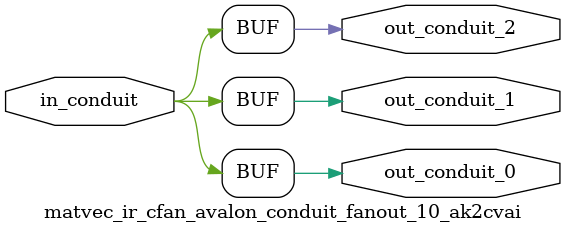
<source format=sv>


 


// --------------------------------------------------------------------------------
//| Avalon Conduit Fan-Out
// --------------------------------------------------------------------------------

// ------------------------------------------
// Generation parameters:
//   output_name:       matvec_ir_cfan_avalon_conduit_fanout_10_ak2cvai
//   numFanOut:         3
//   
// ------------------------------------------

module matvec_ir_cfan_avalon_conduit_fanout_10_ak2cvai (     

// Interface: out_conduit_0
 output                    out_conduit_0,
// Interface: out_conduit_1
 output                    out_conduit_1,
// Interface: out_conduit_2
 output                    out_conduit_2,

// Interface: in_conduit
 input                   in_conduit

);

   assign  out_conduit_0 = in_conduit;
   assign  out_conduit_1 = in_conduit;
   assign  out_conduit_2 = in_conduit;

endmodule //


</source>
